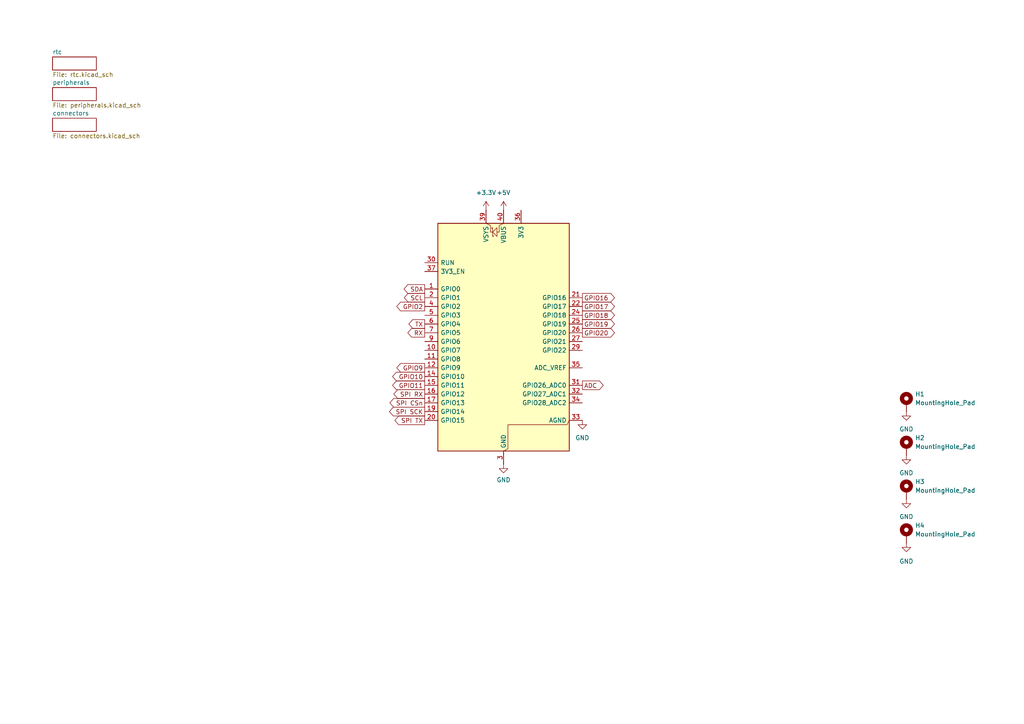
<source format=kicad_sch>
(kicad_sch (version 20250114) (generator "eeschema") (generator_version "9.0")
  (paper "A4")
  (title_block (title "Raspberry Pi Pico Logger") (date "2025-06-21") (rev "2.0") (company "Creator: Piotr Kłyś"))
  (lib_symbols
    (symbol "MCU_Module:RaspberryPi_Pico" (pin_names (offset 0.762))
      (property "Reference" "A" (at -19.05 35.56 0))
      (property "Value" "RaspberryPi_Pico" (at 7.62 35.56 0))
      (symbol "RaspberryPi_Pico_0_1"
        (rectangle (start -19.05 34.29) (end 19.05 -31.75) (stroke (width 0.254)) (fill (type background)))
        (polyline (pts (xy -5.08 34.29) (xy -3.81 33.655) (xy -3.81 31.75) (xy -3.175 31.75)))
        (polyline (pts (xy -3.429 32.766) (xy -3.429 33.02) (xy -3.175 33.02) (xy -3.175 30.48) (xy -2.921 30.48) (xy -2.921 30.734)))
        (polyline (pts (xy -3.175 31.75) (xy -1.905 33.02) (xy -1.905 30.48) (xy -3.175 31.75)))
        (polyline (pts (xy 0 34.29) (xy -1.27 33.655) (xy -1.27 31.75) (xy -1.905 31.75)))
        (polyline (pts (xy 0 -31.75) (xy 1.27 -31.115) (xy 1.27 -24.13) (xy 18.415 -24.13) (xy 19.05 -22.86)))
      )
      (symbol "RaspberryPi_Pico_1_1"
        (pin passive line (at -22.86 22.86 0) (length 3.81) (name "RUN") (number "30"))
        (pin passive line (at -22.86 20.32 0) (length 3.81) (name "3V3_EN") (number "37"))
        (pin bidirectional line (at -22.86 15.24 0) (length 3.81) (name "GPIO0") (number "1"))
        (pin bidirectional line (at -22.86 12.7 0) (length 3.81) (name "GPIO1") (number "2"))
        (pin bidirectional line (at -22.86 10.16 0) (length 3.81) (name "GPIO2") (number "4"))
        (pin bidirectional line (at -22.86 7.62 0) (length 3.81) (name "GPIO3") (number "5"))
        (pin bidirectional line (at -22.86 5.08 0) (length 3.81) (name "GPIO4") (number "6"))
        (pin bidirectional line (at -22.86 2.54 0) (length 3.81) (name "GPIO5") (number "7"))
        (pin bidirectional line (at -22.86 0 0) (length 3.81) (name "GPIO6") (number "9"))
        (pin bidirectional line (at -22.86 -2.54 0) (length 3.81) (name "GPIO7") (number "10"))
        (pin bidirectional line (at -22.86 -5.08 0) (length 3.81) (name "GPIO8") (number "11"))
        (pin bidirectional line (at -22.86 -7.62 0) (length 3.81) (name "GPIO9") (number "12"))
        (pin bidirectional line (at -22.86 -10.16 0) (length 3.81) (name "GPIO10") (number "14"))
        (pin bidirectional line (at -22.86 -12.7 0) (length 3.81) (name "GPIO11") (number "15"))
        (pin bidirectional line (at -22.86 -15.24 0) (length 3.81) (name "GPIO12") (number "16"))
        (pin bidirectional line (at -22.86 -17.78 0) (length 3.81) (name "GPIO13") (number "17"))
        (pin bidirectional line (at -22.86 -20.32 0) (length 3.81) (name "GPIO14") (number "19"))
        (pin bidirectional line (at -22.86 -22.86 0) (length 3.81) (name "GPIO15") (number "20"))
        (pin power_in line (at -5.08 38.1 270) (length 3.81) (name "VSYS") (number "39"))
        (pin power_out line (at 0 38.1 270) (length 3.81) (name "VBUS") (number "40"))
        (pin passive line (at 0 -35.56 90) (length 3.81) (hide yes) (name "GND") (number "13"))
        (pin passive line (at 0 -35.56 90) (length 3.81) (hide yes) (name "GND") (number "18"))
        (pin passive line (at 0 -35.56 90) (length 3.81) (hide yes) (name "GND") (number "23"))
        (pin passive line (at 0 -35.56 90) (length 3.81) (hide yes) (name "GND") (number "28"))
        (pin power_out line (at 0 -35.56 90) (length 3.81) (name "GND") (number "3"))
        (pin passive line (at 0 -35.56 90) (length 3.81) (hide yes) (name "GND") (number "38"))
        (pin passive line (at 0 -35.56 90) (length 3.81) (hide yes) (name "GND") (number "8"))
        (pin power_out line (at 5.08 38.1 270) (length 3.81) (name "3V3") (number "36"))
        (pin bidirectional line (at 22.86 12.7 180) (length 3.81) (name "GPIO16") (number "21"))
        (pin bidirectional line (at 22.86 10.16 180) (length 3.81) (name "GPIO17") (number "22"))
        (pin bidirectional line (at 22.86 7.62 180) (length 3.81) (name "GPIO18") (number "24"))
        (pin bidirectional line (at 22.86 5.08 180) (length 3.81) (name "GPIO19") (number "25"))
        (pin bidirectional line (at 22.86 2.54 180) (length 3.81) (name "GPIO20") (number "26"))
        (pin bidirectional line (at 22.86 0 180) (length 3.81) (name "GPIO21") (number "27"))
        (pin bidirectional line (at 22.86 -2.54 180) (length 3.81) (name "GPIO22") (number "29"))
        (pin power_in line (at 22.86 -7.62 180) (length 3.81) (name "ADC_VREF") (number "35"))
        (pin bidirectional line (at 22.86 -12.7 180) (length 3.81) (name "GPIO26_ADC0") (number "31"))
        (pin bidirectional line (at 22.86 -15.24 180) (length 3.81) (name "GPIO27_ADC1") (number "32"))
        (pin bidirectional line (at 22.86 -17.78 180) (length 3.81) (name "GPIO28_ADC2") (number "34"))
        (pin power_out line (at 22.86 -22.86 180) (length 3.81) (name "AGND") (number "33"))
      )
    )
    (symbol "Mechanical:MountingHole_Pad" (pin_numbers (hide yes)) (pin_names (offset 1.016) (hide yes)) (in_bom no)
      (property "Reference" "H" (at 0 6.35 0))
      (property "Value" "MountingHole_Pad" (at 0 4.445 0))
      (symbol "MountingHole_Pad_0_1"
        (circle (center 0 1.27) (radius 1.27) (stroke (width 1.27)))
      )
      (symbol "MountingHole_Pad_1_1"
        (pin input line (at 0 -2.54 90) (length 2.54) (name "1") (number "1"))
      )
    )
    (symbol "power:+3.3V" (power) (pin_numbers (hide yes)) (pin_names (offset 0) (hide yes))
      (property "Value" "+3.3V" (at 0 3.556 0))
      (symbol "+3.3V_0_1"
        (polyline (pts (xy -0.762 1.27) (xy 0 2.54)))
        (polyline (pts (xy 0 2.54) (xy 0.762 1.27)))
        (polyline (pts (xy 0 0) (xy 0 2.54)))
      )
      (symbol "+3.3V_1_1"
        (pin power_in line (at 0 0 90) (length 0) (name "~") (number "1"))
      )
    )
    (symbol "power:+5V" (power) (pin_numbers (hide yes)) (pin_names (offset 0) (hide yes))
      (property "Value" "+5V" (at 0 3.556 0))
      (symbol "+5V_0_1"
        (polyline (pts (xy -0.762 1.27) (xy 0 2.54)))
        (polyline (pts (xy 0 2.54) (xy 0.762 1.27)))
        (polyline (pts (xy 0 0) (xy 0 2.54)))
      )
      (symbol "+5V_1_1"
        (pin power_in line (at 0 0 90) (length 0) (name "~") (number "1"))
      )
    )
    (symbol "power:GND" (power) (pin_numbers (hide yes)) (pin_names (offset 0) (hide yes))
      (property "Value" "GND" (at 0 -3.81 0))
      (symbol "GND_0_1"
        (polyline (pts (xy 0 0) (xy 0 -1.27) (xy 1.27 -1.27) (xy 0 -2.54) (xy -1.27 -1.27) (xy 0 -1.27)))
      )
      (symbol "GND_1_1"
        (pin power_in line (at 0 0 270) (length 0) (name "~") (number "1"))
      )
    )
  )
  (global_label "TX" (shape output) (at 123.19 93.98 180) (property "Intersheetrefs" "${INTERSHEET_REFS}" (effects (hide yes))))
  (global_label "GPIO19" (shape output) (at 168.91 93.98 0) (property "Intersheetrefs" "${INTERSHEET_REFS}" (effects (hide yes))))
  (global_label "SCL" (shape output) (at 123.19 86.36 180) (property "Intersheetrefs" "${INTERSHEET_REFS}" (effects (hide yes))))
  (global_label "SPI RX" (shape output) (at 123.19 114.3 180) (property "Intersheetrefs" "${INTERSHEET_REFS}" (effects (hide yes))))
  (global_label "SPI CSn" (shape output) (at 123.19 116.84 180) (property "Intersheetrefs" "${INTERSHEET_REFS}" (effects (hide yes))))
  (global_label "SDA" (shape output) (at 123.19 83.82 180) (property "Intersheetrefs" "${INTERSHEET_REFS}" (effects (hide yes))))
  (global_label "SPI TX" (shape output) (at 123.19 121.92 180) (property "Intersheetrefs" "${INTERSHEET_REFS}" (effects (hide yes))))
  (global_label "GPIO11" (shape output) (at 123.19 111.76 180) (property "Intersheetrefs" "${INTERSHEET_REFS}" (effects (hide yes))))
  (global_label "GPIO9" (shape output) (at 123.19 106.68 180) (property "Intersheetrefs" "${INTERSHEET_REFS}" (effects (hide yes))))
  (global_label "GPIO18" (shape output) (at 168.91 91.44 0) (property "Intersheetrefs" "${INTERSHEET_REFS}" (effects (hide yes))))
  (global_label "GPIO20" (shape output) (at 168.91 96.52 0) (property "Intersheetrefs" "${INTERSHEET_REFS}" (effects (hide yes))))
  (global_label "GPIO2" (shape output) (at 123.19 88.9 180) (property "Intersheetrefs" "${INTERSHEET_REFS}" (effects (hide yes))))
  (global_label "GPIO16" (shape output) (at 168.91 86.36 0) (property "Intersheetrefs" "${INTERSHEET_REFS}" (effects (hide yes))))
  (global_label "RX" (shape output) (at 123.19 96.52 180) (property "Intersheetrefs" "${INTERSHEET_REFS}" (effects (hide yes))))
  (global_label "GPIO17" (shape output) (at 168.91 88.9 0) (property "Intersheetrefs" "${INTERSHEET_REFS}" (effects (hide yes))))
  (global_label "SPI SCK" (shape output) (at 123.19 119.38 180) (property "Intersheetrefs" "${INTERSHEET_REFS}" (effects (hide yes))))
  (global_label "ADC" (shape output) (at 168.91 111.76 0) (property "Intersheetrefs" "${INTERSHEET_REFS}" (effects (hide yes))))
  (global_label "GPIO10" (shape output) (at 123.19 109.22 180) (property "Intersheetrefs" "${INTERSHEET_REFS}" (effects (hide yes))))
  (symbol (lib_id "MCU_Module:RaspberryPi_Pico") (at 146.05 99.06 0) (unit 1)
    (property "Reference" "A1" (effects (hide yes)))
    (property "Value" "RaspberryPi_Pico" (effects (hide yes)))
    (property "Footprint" "Library:RaspberryPi_Pico_Common_THT" (effects (hide yes)))
    (property "Datasheet" "https://datasheets.raspberrypi.com/pico/pico-datasheet.pdf" (effects (hide yes)))
    (property "Description" "Versatile and inexpensive microcontroller module powered by RP2040 dual-core Arm Cortex-M0+ processor up to 133 MHz, 264kB SRAM, 2MB QSPI flash; also supports Raspberry Pi Pico 2" (effects (hide yes)))
  )
  (symbol (lib_id "Mechanical:MountingHole_Pad") (at 262.89 142.24 0) (unit 1) (in_bom no)
    (property "Reference" "H3" (at 265.43 139.6999 0) (effects (justify left)))
    (property "Value" "MountingHole_Pad" (at 265.43 142.2399 0) (effects (justify left)))
    (property "Footprint" "MountingHole:MountingHole_3.2mm_M3_DIN965_Pad" (effects (hide yes)))
    (property "Description" "Mounting Hole with connection" (effects (hide yes)))
  )
  (symbol (lib_id "power:GND") (at 262.89 132.08 0) (unit 1)
    (property "Reference" "#PWR09" (effects (hide yes)))
    (property "Value" "GND" (at 262.89 137.16 0))
    (property "Description" "Power symbol creates a global label with name \"GND\" , ground" (effects (hide yes)))
  )
  (symbol (lib_id "Mechanical:MountingHole_Pad") (at 262.89 116.84 0) (unit 1) (in_bom no)
    (property "Reference" "H1" (at 265.43 114.2999 0) (effects (justify left)))
    (property "Value" "MountingHole_Pad" (at 265.43 116.8399 0) (effects (justify left)))
    (property "Footprint" "MountingHole:MountingHole_3.2mm_M3_DIN965_Pad" (effects (hide yes)))
    (property "Description" "Mounting Hole with connection" (effects (hide yes)))
  )
  (symbol (lib_id "power:+5V") (at 146.05 60.96 0) (unit 1)
    (property "Reference" "#PWR04" (effects (hide yes)))
    (property "Value" "+5V" (at 146.05 55.88 0))
    (property "Description" "Power symbol creates a global label with name \"+5V\"" (effects (hide yes)))
  )
  (symbol (lib_id "power:GND") (at 262.89 144.78 0) (unit 1)
    (property "Reference" "#PWR08" (effects (hide yes)))
    (property "Value" "GND" (at 262.89 149.86 0))
    (property "Description" "Power symbol creates a global label with name \"GND\" , ground" (effects (hide yes)))
  )
  (symbol (lib_id "Mechanical:MountingHole_Pad") (at 262.89 129.54 0) (unit 1) (in_bom no)
    (property "Reference" "H2" (at 265.43 126.9999 0) (effects (justify left)))
    (property "Value" "MountingHole_Pad" (at 265.43 129.5399 0) (effects (justify left)))
    (property "Footprint" "MountingHole:MountingHole_3.2mm_M3_DIN965_Pad" (effects (hide yes)))
    (property "Description" "Mounting Hole with connection" (effects (hide yes)))
  )
  (symbol (lib_id "Mechanical:MountingHole_Pad") (at 262.89 154.94 0) (unit 1) (in_bom no)
    (property "Reference" "H4" (at 265.43 152.3999 0) (effects (justify left)))
    (property "Value" "MountingHole_Pad" (at 265.43 154.9399 0) (effects (justify left)))
    (property "Footprint" "MountingHole:MountingHole_3.2mm_M3_DIN965_Pad" (effects (hide yes)))
    (property "Description" "Mounting Hole with connection" (effects (hide yes)))
  )
  (symbol (lib_id "power:GND") (at 262.89 119.38 0) (unit 1)
    (property "Reference" "#PWR06" (effects (hide yes)))
    (property "Value" "GND" (at 262.89 124.46 0))
    (property "Description" "Power symbol creates a global label with name \"GND\" , ground" (effects (hide yes)))
  )
  (symbol (lib_id "power:GND") (at 146.05 134.62 0) (unit 1)
    (property "Reference" "#PWR01" (effects (hide yes)))
    (property "Value" "GND" (at 146.05 139.192 0))
    (property "Description" "Power symbol creates a global label with name \"GND\" , ground" (effects (hide yes)))
  )
  (symbol (lib_id "power:+3.3V") (at 140.97 60.96 0) (unit 1)
    (property "Reference" "#PWR016" (effects (hide yes)))
    (property "Value" "+3.3V" (at 140.97 55.88 0))
    (property "Description" "Power symbol creates a global label with name \"+3.3V\"" (effects (hide yes)))
  )
  (symbol (lib_id "power:GND") (at 262.89 157.48 0) (unit 1)
    (property "Reference" "#PWR07" (effects (hide yes)))
    (property "Value" "GND" (at 262.89 162.814 0))
    (property "Description" "Power symbol creates a global label with name \"GND\" , ground" (effects (hide yes)))
  )
  (symbol (lib_id "power:GND") (at 168.91 121.92 0) (unit 1)
    (property "Reference" "#PWR02" (effects (hide yes)))
    (property "Value" "GND" (at 168.91 127 0))
    (property "Description" "Power symbol creates a global label with name \"GND\" , ground" (effects (hide yes)))
  )
  (sheet (at 15.24 16.51) (size 12.7 3.81) (stroke (width 0.1524))
    (property "Sheetname" "rtc" (at 15.24 15.7984 0) (effects (justify left bottom)))
    (property "Sheetfile" "rtc.kicad_sch" (at 15.24 20.9046 0) (effects (justify left top)))
  )
  (sheet (at 15.24 25.4) (size 12.7 3.81) (stroke (width 0.1524))
    (property "Sheetname" "peripherals" (at 15.24 24.6884 0) (effects (justify left bottom)))
    (property "Sheetfile" "peripherals.kicad_sch" (at 15.24 29.7946 0) (effects (justify left top)))
  )
  (sheet (at 15.24 34.29) (size 12.7 3.81) (stroke (width 0.1524))
    (property "Sheetname" "connectors" (at 15.24 33.5784 0) (effects (justify left bottom)))
    (property "Sheetfile" "connectors.kicad_sch" (at 15.24 38.6846 0) (effects (justify left top)))
  )
)
</source>
